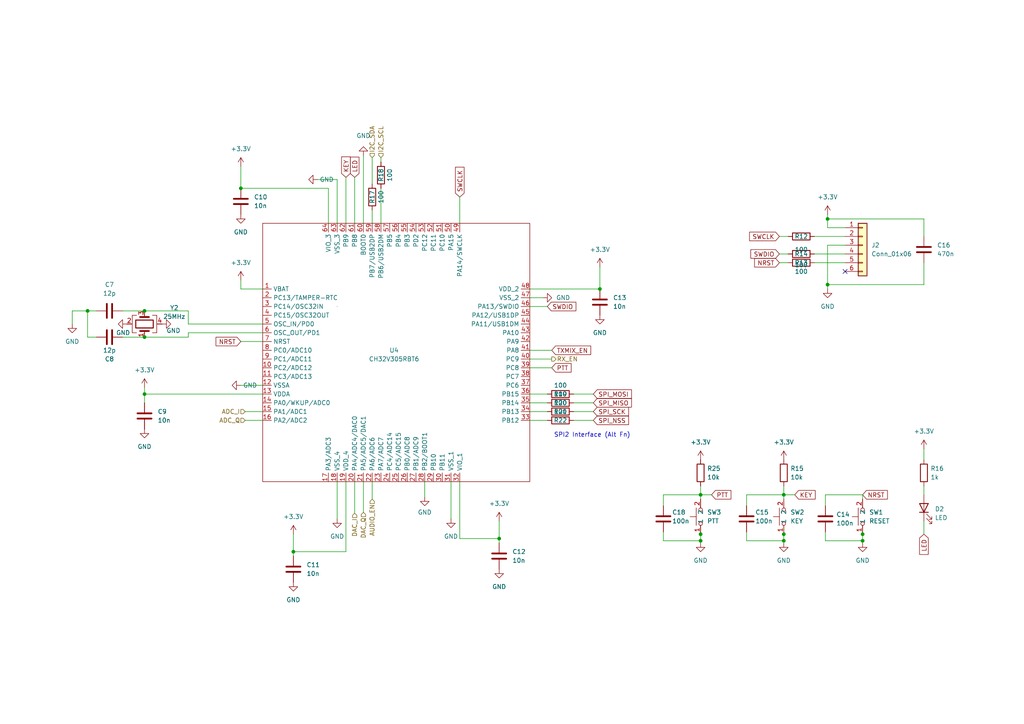
<source format=kicad_sch>
(kicad_sch (version 20230121) (generator eeschema)
  (paper "A4")
  (lib_symbols
    (symbol "Connector_Generic:Conn_01x06" (pin_names (offset 1.016) hide)
      (property "Reference" "J" (at 0 7.62 0))
      (property "Value" "Conn_01x06" (at 0 -10.16 0))
      (symbol "Conn_01x06_1_1"
        (rectangle (start -1.27 -7.493) (end 0 -7.747) (stroke (width 0.1524)))
        (rectangle (start -1.27 -4.953) (end 0 -5.207) (stroke (width 0.1524)))
        (rectangle (start -1.27 -2.413) (end 0 -2.667) (stroke (width 0.1524)))
        (rectangle (start -1.27 0.127) (end 0 -0.127) (stroke (width 0.1524)))
        (rectangle (start -1.27 2.667) (end 0 2.413) (stroke (width 0.1524)))
        (rectangle (start -1.27 5.207) (end 0 4.953) (stroke (width 0.1524)))
        (rectangle (start -1.27 6.35) (end 1.27 -8.89) (stroke (width 0.254)) (fill (type background)))
        (pin passive line (at -5.08 5.08 0) (length 3.81) (name "Pin_1") (number "1"))
        (pin passive line (at -5.08 2.54 0) (length 3.81) (name "Pin_2") (number "2"))
        (pin passive line (at -5.08 0 0) (length 3.81) (name "Pin_3") (number "3"))
        (pin passive line (at -5.08 -2.54 0) (length 3.81) (name "Pin_4") (number "4"))
        (pin passive line (at -5.08 -5.08 0) (length 3.81) (name "Pin_5") (number "5"))
        (pin passive line (at -5.08 -7.62 0) (length 3.81) (name "Pin_6") (number "6"))
      )
    )
    (symbol "Device:C" (pin_numbers hide) (pin_names (offset 0.254))
      (property "Reference" "C" (at 0.635 2.54 0))
      (property "Value" "C" (at 0.635 -2.54 0))
      (symbol "C_0_1"
        (polyline (pts (xy -2.032 -0.762) (xy 2.032 -0.762)) (stroke (width 0.508)))
        (polyline (pts (xy -2.032 0.762) (xy 2.032 0.762)) (stroke (width 0.508)))
      )
      (symbol "C_1_1"
        (pin passive line (at 0 3.81 270) (length 2.794) (name "~") (number "1"))
        (pin passive line (at 0 -3.81 90) (length 2.794) (name "~") (number "2"))
      )
    )
    (symbol "Device:Crystal_GND24" (pin_names (offset 1.016) hide)
      (property "Reference" "Y" (at 3.175 5.08 0))
      (property "Value" "Crystal_GND24" (at 3.175 3.175 0))
      (symbol "Crystal_GND24_0_1"
        (rectangle (start -1.143 2.54) (end 1.143 -2.54) (stroke (width 0.3048)))
        (polyline (pts (xy -2.54 0) (xy -2.032 0)))
        (polyline (pts (xy -2.032 -1.27) (xy -2.032 1.27)) (stroke (width 0.508)))
        (polyline (pts (xy 0 -3.81) (xy 0 -3.556)))
        (polyline (pts (xy 0 3.556) (xy 0 3.81)))
        (polyline (pts (xy 2.032 -1.27) (xy 2.032 1.27)) (stroke (width 0.508)))
        (polyline (pts (xy 2.032 0) (xy 2.54 0)))
        (polyline (pts (xy -2.54 -2.286) (xy -2.54 -3.556) (xy 2.54 -3.556) (xy 2.54 -2.286)))
        (polyline (pts (xy -2.54 2.286) (xy -2.54 3.556) (xy 2.54 3.556) (xy 2.54 2.286)))
      )
      (symbol "Crystal_GND24_1_1"
        (pin passive line (at -3.81 0 0) (length 1.27) (name "1") (number "1"))
        (pin passive line (at 0 5.08 270) (length 1.27) (name "2") (number "2"))
        (pin passive line (at 3.81 0 180) (length 1.27) (name "3") (number "3"))
        (pin passive line (at 0 -5.08 90) (length 1.27) (name "4") (number "4"))
      )
    )
    (symbol "Device:LED" (pin_numbers hide) (pin_names (offset 1.016) hide)
      (property "Reference" "D" (at 0 2.54 0))
      (property "Value" "LED" (at 0 -2.54 0))
      (symbol "LED_0_1"
        (polyline (pts (xy -1.27 -1.27) (xy -1.27 1.27)) (stroke (width 0.254)))
        (polyline (pts (xy -1.27 0) (xy 1.27 0)))
        (polyline (pts (xy 1.27 -1.27) (xy 1.27 1.27) (xy -1.27 0) (xy 1.27 -1.27)) (stroke (width 0.254)))
        (polyline (pts (xy -3.048 -0.762) (xy -4.572 -2.286) (xy -3.81 -2.286) (xy -4.572 -2.286) (xy -4.572 -1.524)))
        (polyline (pts (xy -1.778 -0.762) (xy -3.302 -2.286) (xy -2.54 -2.286) (xy -3.302 -2.286) (xy -3.302 -1.524)))
      )
      (symbol "LED_1_1"
        (pin passive line (at -3.81 0 0) (length 2.54) (name "K") (number "1"))
        (pin passive line (at 3.81 0 180) (length 2.54) (name "A") (number "2"))
      )
    )
    (symbol "Device:R" (pin_numbers hide) (pin_names (offset 0))
      (property "Reference" "R" (at 2.032 0 90))
      (property "Value" "R" (at 0 0 90))
      (symbol "R_0_1"
        (rectangle (start -1.016 -2.54) (end 1.016 2.54) (stroke (width 0.254)))
      )
      (symbol "R_1_1"
        (pin passive line (at 0 3.81 270) (length 1.27) (name "~") (number "1"))
        (pin passive line (at 0 -3.81 90) (length 1.27) (name "~") (number "2"))
      )
    )
    (symbol "power:+3.3V" (power) (pin_names (offset 0))
      (property "Value" "+3.3V" (at 0 3.556 0))
      (symbol "+3.3V_0_1"
        (polyline (pts (xy -0.762 1.27) (xy 0 2.54)))
        (polyline (pts (xy 0 0) (xy 0 2.54)))
        (polyline (pts (xy 0 2.54) (xy 0.762 1.27)))
      )
      (symbol "+3.3V_1_1"
        (pin power_in line (at 0 0 90) (length 0) hide (name "+3.3V") (number "1"))
      )
    )
    (symbol "power:GND" (power) (pin_names (offset 0))
      (property "Value" "GND" (at 0 -3.81 0))
      (symbol "GND_0_1"
        (polyline (pts (xy 0 0) (xy 0 -1.27) (xy 1.27 -1.27) (xy 0 -2.54) (xy -1.27 -1.27) (xy 0 -1.27)))
      )
      (symbol "GND_1_1"
        (pin power_in line (at 0 0 270) (length 0) hide (name "GND") (number "1"))
      )
    )
    (symbol "zl4aa:CH32V305RBT6"
      (property "Reference" "U" (at -6.35 2.54 0))
      (property "Value" "CH32V305RBT6" (at 0 0 0))
      (property "LCSC" "C5187529" (at 0 -2.54 0))
      (symbol "CH32V305RBT6_0_1"
        (rectangle (start -38.1 38.1) (end 39.37 -36.83))
        (rectangle (start -16.51 13.97) (end -16.51 13.97))
      )
      (symbol "CH32V305RBT6_1_1"
        (pin power_in line (at -38.1 19.05 0) (length 2.54) (name "VBAT") (number "1"))
        (pin bidirectional line (at -38.1 -3.81 0) (length 2.54) (name "PC2/ADC12") (number "10"))
        (pin bidirectional line (at -38.1 -6.35 0) (length 2.54) (name "PC3/ADC13") (number "11"))
        (pin power_in line (at -38.1 -8.89 0) (length 2.54) (name "VSSA") (number "12"))
        (pin power_in line (at -38.1 -11.43 0) (length 2.54) (name "VDDA") (number "13"))
        (pin bidirectional line (at -38.1 -13.97 0) (length 2.54) (name "PA0/WKUP/ADC0") (number "14"))
        (pin bidirectional line (at -38.1 -16.51 0) (length 2.54) (name "PA1/ADC1") (number "15"))
        (pin bidirectional line (at -38.1 -19.05 0) (length 2.54) (name "PA2/ADC2") (number "16"))
        (pin bidirectional line (at -19.05 -36.83 90) (length 2.54) (name "PA3/ADC3") (number "17"))
        (pin power_in line (at -16.51 -36.83 90) (length 2.54) (name "VSS_4") (number "18"))
        (pin power_in line (at -13.97 -36.83 90) (length 2.54) (name "VDD_4") (number "19"))
        (pin bidirectional line (at -38.1 16.51 0) (length 2.54) (name "PC13/TAMPER-RTC") (number "2"))
        (pin bidirectional line (at -11.43 -36.83 90) (length 2.54) (name "PA4/ADC4/DAC0") (number "20"))
        (pin bidirectional line (at -8.89 -36.83 90) (length 2.54) (name "PA5/ADC5/DAC1") (number "21"))
        (pin bidirectional line (at -6.35 -36.83 90) (length 2.54) (name "PA6/ADC6") (number "22"))
        (pin bidirectional line (at -3.81 -36.83 90) (length 2.54) (name "PA7/ADC7") (number "23"))
        (pin bidirectional line (at -1.27 -36.83 90) (length 2.54) (name "PC4/ADC14") (number "24"))
        (pin bidirectional line (at 1.27 -36.83 90) (length 2.54) (name "PC5/ADC15") (number "25"))
        (pin bidirectional line (at 3.81 -36.83 90) (length 2.54) (name "PB0/ADC8") (number "26"))
        (pin bidirectional line (at 6.35 -36.83 90) (length 2.54) (name "PB1/ADC9") (number "27"))
        (pin bidirectional line (at 8.89 -36.83 90) (length 2.54) (name "PB2/BOOT1") (number "28"))
        (pin bidirectional line (at 11.43 -36.83 90) (length 2.54) (name "PB10") (number "29"))
        (pin bidirectional line (at -38.1 13.97 0) (length 2.54) (name "PC14/OSC32IN") (number "3"))
        (pin bidirectional line (at 13.97 -36.83 90) (length 2.54) (name "PB11") (number "30"))
        (pin power_in line (at 16.51 -36.83 90) (length 2.54) (name "VSS_1") (number "31"))
        (pin power_in line (at 19.05 -36.83 90) (length 2.54) (name "VIO_1") (number "32"))
        (pin bidirectional line (at 39.37 -19.05 180) (length 2.54) (name "PB12") (number "33"))
        (pin bidirectional line (at 39.37 -16.51 180) (length 2.54) (name "PB13") (number "34"))
        (pin bidirectional line (at 39.37 -13.97 180) (length 2.54) (name "PB14") (number "35"))
        (pin bidirectional line (at 39.37 -11.43 180) (length 2.54) (name "PB15") (number "36"))
        (pin bidirectional line (at 39.37 -8.89 180) (length 2.54) (name "PC6") (number "37"))
        (pin bidirectional line (at 39.37 -6.35 180) (length 2.54) (name "PC7") (number "38"))
        (pin bidirectional line (at 39.37 -3.81 180) (length 2.54) (name "PC8") (number "39"))
        (pin bidirectional line (at -38.1 11.43 0) (length 2.54) (name "PC15/OSC32OUT") (number "4"))
        (pin bidirectional line (at 39.37 -1.27 180) (length 2.54) (name "PC9") (number "40"))
        (pin bidirectional line (at 39.37 1.27 180) (length 2.54) (name "PA8") (number "41"))
        (pin bidirectional line (at 39.37 3.81 180) (length 2.54) (name "PA9") (number "42"))
        (pin bidirectional line (at 39.37 6.35 180) (length 2.54) (name "PA10") (number "43"))
        (pin bidirectional line (at 39.37 8.89 180) (length 2.54) (name "PA11/USB1DM") (number "44"))
        (pin bidirectional line (at 39.37 11.43 180) (length 2.54) (name "PA12/USB1DP") (number "45"))
        (pin bidirectional line (at 39.37 13.97 180) (length 2.54) (name "PA13/SWDIO") (number "46"))
        (pin power_in line (at 39.37 16.51 180) (length 2.54) (name "VSS_2") (number "47"))
        (pin power_in line (at 39.37 19.05 180) (length 2.54) (name "VDD_2") (number "48"))
        (pin bidirectional line (at 19.05 38.1 270) (length 2.54) (name "PA14/SWCLK") (number "49"))
        (pin bidirectional line (at -38.1 8.89 0) (length 2.54) (name "OSC_IN/PD0") (number "5"))
        (pin bidirectional line (at 16.51 38.1 270) (length 2.54) (name "PA15") (number "50"))
        (pin bidirectional line (at 13.97 38.1 270) (length 2.54) (name "PC10") (number "51"))
        (pin bidirectional line (at 11.43 38.1 270) (length 2.54) (name "PC11") (number "52"))
        (pin bidirectional line (at 8.89 38.1 270) (length 2.54) (name "PC12") (number "53"))
        (pin bidirectional line (at 6.35 38.1 270) (length 2.54) (name "PD2") (number "54"))
        (pin bidirectional line (at 3.81 38.1 270) (length 2.54) (name "PB3") (number "55"))
        (pin bidirectional line (at 1.27 38.1 270) (length 2.54) (name "PB4") (number "56"))
        (pin bidirectional line (at -1.27 38.1 270) (length 2.54) (name "PB5") (number "57"))
        (pin bidirectional line (at -3.81 38.1 270) (length 2.54) (name "PB6/USB2DM") (number "58"))
        (pin bidirectional line (at -6.35 38.1 270) (length 2.54) (name "PB7/USB2DP") (number "59"))
        (pin bidirectional line (at -38.1 6.35 0) (length 2.54) (name "OSC_OUT/PD1") (number "6"))
        (pin input line (at -8.89 38.1 270) (length 2.54) (name "BOOT0") (number "60"))
        (pin bidirectional line (at -11.43 38.1 270) (length 2.54) (name "PB8") (number "61"))
        (pin bidirectional line (at -13.97 38.1 270) (length 2.54) (name "PB9") (number "62"))
        (pin power_in line (at -16.51 38.1 270) (length 2.54) (name "VSS_3") (number "63"))
        (pin power_in line (at -19.05 38.1 270) (length 2.54) (name "VIO_3") (number "64"))
        (pin input line (at -38.1 3.81 0) (length 2.54) (name "NRST") (number "7"))
        (pin bidirectional line (at -38.1 1.27 0) (length 2.54) (name "PC0/ADC10") (number "8"))
        (pin bidirectional line (at -38.1 -1.27 0) (length 2.54) (name "PC1/ADC11") (number "9"))
      )
    )
    (symbol "zl4aa:TS-1187A-B-A-B"
      (property "Reference" "SW" (at 0 0 0))
      (property "Value" "TS-1187A-B-A-B" (at 0 3.81 0))
      (symbol "TS-1187A-B-A-B_0_1"
        (circle (center -2.032 -3.81) (radius 0.508))
        (polyline (pts (xy 0 -2.54) (xy 0 -0.762)))
        (polyline (pts (xy 2.54 -2.54) (xy -2.54 -2.54)))
        (circle (center 2.032 -3.81) (radius 0.508))
        (pin passive line (at -5.08 -3.81 0) (length 2.54) (name "1") (number "1"))
        (pin passive line (at 5.08 -3.81 180) (length 2.54) (name "2") (number "2"))
      )
    )
  )
  (junction (at 203.2 143.51))
  (junction (at 250.19 156.845))
  (junction (at 144.78 156.21))
  (junction (at 41.91 90.17))
  (junction (at 227.33 143.51))
  (junction (at 250.19 154.94))
  (junction (at 240.03 82.55))
  (junction (at 173.99 83.82))
  (junction (at 41.91 97.79))
  (junction (at 25.4 90.17))
  (junction (at 203.2 154.94))
  (junction (at 240.03 63.5))
  (junction (at 69.85 54.61))
  (junction (at 227.33 156.845))
  (junction (at 41.91 114.3))
  (junction (at 203.2 156.845))
  (junction (at 227.33 154.94))
  (junction (at 85.09 160.02))
  (no_connect (at 245.11 78.74))
  (wire (pts (xy 203.2 140.97) (xy 203.2 143.51)))
  (wire (pts (xy 133.35 57.15) (xy 133.35 64.77)))
  (wire (pts (xy 110.49 45.72) (xy 110.49 46.99)))
  (wire (pts (xy 216.535 156.845) (xy 227.33 156.845)))
  (wire (pts (xy 107.95 45.72) (xy 107.95 53.34)))
  (wire (pts (xy 203.2 154.94) (xy 203.2 156.845)))
  (wire (pts (xy 153.67 121.92) (xy 158.75 121.92)))
  (wire (pts (xy 267.97 76.2) (xy 267.97 82.55)))
  (wire (pts (xy 240.03 71.12) (xy 240.03 82.55)))
  (wire (pts (xy 144.78 157.48) (xy 144.78 156.21)))
  (wire (pts (xy 85.09 160.02) (xy 100.33 160.02)))
  (wire (pts (xy 110.49 54.61) (xy 110.49 64.77)))
  (wire (pts (xy 192.405 146.685) (xy 192.405 143.51)))
  (wire (pts (xy 76.2 93.98) (xy 54.61 93.98)))
  (wire (pts (xy 41.91 114.3) (xy 76.2 114.3)))
  (wire (pts (xy 216.535 154.305) (xy 216.535 156.845)))
  (wire (pts (xy 97.79 139.7) (xy 97.79 150.495)))
  (wire (pts (xy 144.78 156.21) (xy 144.78 151.13)))
  (wire (pts (xy 240.03 63.5) (xy 240.03 66.04)))
  (wire (pts (xy 100.33 139.7) (xy 100.33 160.02)))
  (wire (pts (xy 153.67 106.68) (xy 160.02 106.68)))
  (wire (pts (xy 85.09 161.29) (xy 85.09 160.02)))
  (wire (pts (xy 227.33 154.305) (xy 227.33 154.94)))
  (wire (pts (xy 153.67 86.36) (xy 157.48 86.36)))
  (wire (pts (xy 27.94 97.79) (xy 25.4 97.79)))
  (wire (pts (xy 267.97 140.97) (xy 267.97 143.51)))
  (wire (pts (xy 236.22 68.58) (xy 245.11 68.58)))
  (wire (pts (xy 130.81 139.7) (xy 130.81 150.495)))
  (wire (pts (xy 102.87 51.435) (xy 102.87 64.77)))
  (wire (pts (xy 107.95 139.7) (xy 107.95 144.78)))
  (wire (pts (xy 25.4 90.17) (xy 27.94 90.17)))
  (wire (pts (xy 226.06 73.66) (xy 228.6 73.66)))
  (wire (pts (xy 226.06 68.58) (xy 228.6 68.58)))
  (wire (pts (xy 239.395 156.845) (xy 250.19 156.845)))
  (wire (pts (xy 216.535 146.685) (xy 216.535 143.51)))
  (wire (pts (xy 97.79 64.77) (xy 97.79 52.07)))
  (wire (pts (xy 35.56 97.79) (xy 41.91 97.79)))
  (wire (pts (xy 71.12 119.38) (xy 76.2 119.38)))
  (wire (pts (xy 236.22 76.2) (xy 245.11 76.2)))
  (wire (pts (xy 239.395 143.51) (xy 250.19 143.51)))
  (wire (pts (xy 240.03 82.55) (xy 240.03 83.82)))
  (wire (pts (xy 41.91 114.3) (xy 41.91 116.84)))
  (wire (pts (xy 227.33 156.845) (xy 227.33 157.48)))
  (wire (pts (xy 153.67 83.82) (xy 173.99 83.82)))
  (wire (pts (xy 35.56 90.17) (xy 41.91 90.17)))
  (wire (pts (xy 102.87 139.7) (xy 102.87 148.844)))
  (wire (pts (xy 153.67 114.3) (xy 158.75 114.3)))
  (wire (pts (xy 69.85 83.82) (xy 76.2 83.82)))
  (wire (pts (xy 54.61 97.79) (xy 41.91 97.79)))
  (wire (pts (xy 123.19 139.7) (xy 123.19 144.145)))
  (wire (pts (xy 95.25 54.61) (xy 69.85 54.61)))
  (wire (pts (xy 69.85 81.28) (xy 69.85 83.82)))
  (wire (pts (xy 216.535 143.51) (xy 227.33 143.51)))
  (wire (pts (xy 166.37 114.3) (xy 172.085 114.3)))
  (wire (pts (xy 227.33 154.94) (xy 227.33 156.845)))
  (wire (pts (xy 250.19 154.94) (xy 250.19 156.845)))
  (wire (pts (xy 107.95 60.96) (xy 107.95 64.77)))
  (wire (pts (xy 203.2 154.305) (xy 203.2 154.94)))
  (wire (pts (xy 203.2 143.51) (xy 203.2 144.78)))
  (wire (pts (xy 173.99 83.82) (xy 173.99 77.47)))
  (wire (pts (xy 240.03 66.04) (xy 245.11 66.04)))
  (wire (pts (xy 267.97 68.58) (xy 267.97 63.5)))
  (wire (pts (xy 250.19 143.51) (xy 250.19 144.78)))
  (wire (pts (xy 267.97 63.5) (xy 240.03 63.5)))
  (wire (pts (xy 69.85 54.61) (xy 69.85 48.26)))
  (wire (pts (xy 203.2 156.845) (xy 203.2 157.48)))
  (wire (pts (xy 267.97 82.55) (xy 240.03 82.55)))
  (wire (pts (xy 54.61 96.52) (xy 54.61 97.79)))
  (wire (pts (xy 239.395 146.685) (xy 239.395 143.51)))
  (wire (pts (xy 267.97 130.175) (xy 267.97 133.35)))
  (wire (pts (xy 105.41 139.7) (xy 105.41 148.59)))
  (wire (pts (xy 95.25 64.77) (xy 95.25 54.61)))
  (wire (pts (xy 71.12 121.92) (xy 76.2 121.92)))
  (wire (pts (xy 240.03 62.23) (xy 240.03 63.5)))
  (wire (pts (xy 54.61 90.17) (xy 41.91 90.17)))
  (wire (pts (xy 236.22 73.66) (xy 245.11 73.66)))
  (wire (pts (xy 69.85 99.06) (xy 76.2 99.06)))
  (wire (pts (xy 226.06 76.2) (xy 228.6 76.2)))
  (wire (pts (xy 192.405 154.305) (xy 192.405 156.845)))
  (wire (pts (xy 153.67 116.84) (xy 158.75 116.84)))
  (wire (pts (xy 20.955 90.17) (xy 20.955 93.98)))
  (wire (pts (xy 105.41 45.085) (xy 105.41 64.77)))
  (wire (pts (xy 153.67 119.38) (xy 158.75 119.38)))
  (wire (pts (xy 85.09 160.02) (xy 85.09 154.94)))
  (wire (pts (xy 227.33 143.51) (xy 227.33 144.78)))
  (wire (pts (xy 166.37 116.84) (xy 172.085 116.84)))
  (wire (pts (xy 227.33 143.51) (xy 230.505 143.51)))
  (wire (pts (xy 133.35 156.21) (xy 144.78 156.21)))
  (wire (pts (xy 25.4 97.79) (xy 25.4 90.17)))
  (wire (pts (xy 133.35 139.7) (xy 133.35 156.21)))
  (wire (pts (xy 203.2 143.51) (xy 206.375 143.51)))
  (wire (pts (xy 267.97 151.13) (xy 267.97 154.94)))
  (wire (pts (xy 153.67 101.6) (xy 160.02 101.6)))
  (wire (pts (xy 76.2 96.52) (xy 54.61 96.52)))
  (wire (pts (xy 250.19 156.845) (xy 250.19 157.48)))
  (wire (pts (xy 245.11 71.12) (xy 240.03 71.12)))
  (wire (pts (xy 192.405 156.845) (xy 203.2 156.845)))
  (wire (pts (xy 41.91 112.395) (xy 41.91 114.3)))
  (wire (pts (xy 97.79 52.07) (xy 92.075 52.07)))
  (wire (pts (xy 153.67 88.9) (xy 158.75 88.9)))
  (wire (pts (xy 166.37 119.38) (xy 172.085 119.38)))
  (wire (pts (xy 20.955 90.17) (xy 25.4 90.17)))
  (wire (pts (xy 192.405 143.51) (xy 203.2 143.51)))
  (wire (pts (xy 250.19 154.305) (xy 250.19 154.94)))
  (wire (pts (xy 153.67 104.14) (xy 160.02 104.14)))
  (wire (pts (xy 239.395 154.305) (xy 239.395 156.845)))
  (wire (pts (xy 227.33 140.97) (xy 227.33 143.51)))
  (wire (pts (xy 166.37 121.92) (xy 172.085 121.92)))
  (wire (pts (xy 100.33 51.435) (xy 100.33 64.77)))
  (wire (pts (xy 54.61 93.98) (xy 54.61 90.17)))
  (wire (pts (xy 69.85 111.76) (xy 76.2 111.76)))
  (text "SPI2 Interface (Alt Fn)" (at 160.655 127 0) (effects (font (size 1.27 1.27)) (justify left bottom)))
  (global_label "NRST" (shape input) (at 226.06 76.2 180) (property "Intersheetrefs" "${INTERSHEET_REFS}" (effects hide)))
  (global_label "NRST" (shape input) (at 250.19 143.51 0) (property "Intersheetrefs" "${INTERSHEET_REFS}" (effects hide)))
  (global_label "SPI_NSS" (shape input) (at 172.085 121.92 0) (property "Intersheetrefs" "${INTERSHEET_REFS}" (effects hide)))
  (global_label "SWCLK" (shape input) (at 133.35 57.15 90) (property "Intersheetrefs" "${INTERSHEET_REFS}" (effects hide)))
  (global_label "SPI_MOSI" (shape input) (at 172.085 114.3 0) (property "Intersheetrefs" "${INTERSHEET_REFS}" (effects hide)))
  (global_label "KEY" (shape input) (at 230.505 143.51 0) (property "Intersheetrefs" "${INTERSHEET_REFS}" (effects hide)))
  (global_label "LED" (shape input) (at 267.97 154.94 270) (property "Intersheetrefs" "${INTERSHEET_REFS}" (effects hide)))
  (global_label "KEY" (shape input) (at 100.33 51.435 90) (property "Intersheetrefs" "${INTERSHEET_REFS}" (effects hide)))
  (global_label "NRST" (shape input) (at 69.85 99.06 180) (property "Intersheetrefs" "${INTERSHEET_REFS}" (effects hide)))
  (global_label "LED" (shape input) (at 102.87 51.435 90) (property "Intersheetrefs" "${INTERSHEET_REFS}" (effects hide)))
  (global_label "SWDIO" (shape input) (at 226.06 73.66 180) (property "Intersheetrefs" "${INTERSHEET_REFS}" (effects hide)))
  (global_label "PTT" (shape input) (at 160.02 106.68 0) (property "Intersheetrefs" "${INTERSHEET_REFS}" (effects hide)))
  (global_label "SPI_SCK" (shape input) (at 172.085 119.38 0) (property "Intersheetrefs" "${INTERSHEET_REFS}" (effects hide)))
  (global_label "SWCLK" (shape input) (at 226.06 68.58 180) (property "Intersheetrefs" "${INTERSHEET_REFS}" (effects hide)))
  (global_label "PTT" (shape input) (at 206.375 143.51 0) (property "Intersheetrefs" "${INTERSHEET_REFS}" (effects hide)))
  (global_label "TXMIX_EN" (shape input) (at 160.02 101.6 0) (property "Intersheetrefs" "${INTERSHEET_REFS}" (effects hide)))
  (global_label "SPI_MISO" (shape input) (at 172.085 116.84 0) (property "Intersheetrefs" "${INTERSHEET_REFS}" (effects hide)))
  (global_label "SWDIO" (shape input) (at 158.75 88.9 0) (property "Intersheetrefs" "${INTERSHEET_REFS}" (effects hide)))
  (hierarchical_label "AUDIO_EN" (shape input) (at 107.95 144.78 270))
  (hierarchical_label "RX_EN" (shape output) (at 160.02 104.14 0))
  (hierarchical_label "I2C_SCL" (shape input) (at 110.49 45.72 90))
  (hierarchical_label "ADC_Q" (shape input) (at 71.12 121.92 180))
  (hierarchical_label "DAC_I" (shape input) (at 102.87 148.844 270))
  (hierarchical_label "I2C_SDA" (shape input) (at 107.95 45.72 90))
  (hierarchical_label "DAC_Q" (shape input) (at 105.41 148.59 270))
  (hierarchical_label "ADC_I" (shape input) (at 71.12 119.38 180))
  (symbol (lib_id "power:+3.3V") (at 144.78 151.13 0) (unit 1)
    (property "Reference" "#PWR029" (effects hide))
    (property "Value" "+3.3V" (at 144.78 146.05 0))
  )
  (symbol (lib_id "Device:Crystal_GND24") (at 41.91 93.98 90) (unit 1)
    (property "Reference" "Y2" (at 50.546 89.281 90))
    (property "Value" "25MHz" (at 50.546 91.821 90))
    (property "Footprint" "Crystal:Crystal_SMD_3225-4Pin_3.2x2.5mm" (effects hide))
    (property "LCSC" "C9006" (effects hide))
  )
  (symbol (lib_id "power:GND") (at 20.955 93.98 0) (unit 1)
    (property "Reference" "#PWR018" (effects hide))
    (property "Value" "GND" (at 20.955 99.06 0))
  )
  (symbol (lib_id "Device:C") (at 192.405 150.495 0) (unit 1)
    (property "Reference" "C18" (at 194.945 148.59 0) (effects (justify left)))
    (property "Value" "100n" (at 194.945 151.13 0) (effects (justify left)))
    (property "Footprint" "Capacitor_SMD:C_0402_1005Metric" (effects hide))
  )
  (symbol (lib_id "power:GND") (at 203.2 157.48 0) (unit 1)
    (property "Reference" "#PWR043" (effects hide))
    (property "Value" "GND" (at 203.2 162.56 0))
  )
  (symbol (lib_id "Device:C") (at 144.78 161.29 0) (unit 1)
    (property "Reference" "C12" (at 148.59 160.0199 0) (effects (justify left)))
    (property "Value" "10n" (at 148.59 162.5599 0) (effects (justify left)))
    (property "Footprint" "Capacitor_SMD:C_0402_1005Metric" (effects hide))
  )
  (symbol (lib_id "power:GND") (at 250.19 157.48 0) (unit 1)
    (property "Reference" "#PWR034" (effects hide))
    (property "Value" "GND" (at 250.19 162.56 0))
  )
  (symbol (lib_id "power:GND") (at 41.91 124.46 0) (unit 1)
    (property "Reference" "#PWR021" (effects hide))
    (property "Value" "GND" (at 41.91 129.54 0))
  )
  (symbol (lib_id "Device:R") (at 162.56 116.84 270) (unit 1)
    (property "Reference" "R20" (at 162.56 116.84 90))
    (property "Value" "100" (at 162.56 114.3 90))
    (property "Footprint" "Resistor_SMD:R_0402_1005Metric" (effects hide))
  )
  (symbol (lib_id "Device:C") (at 216.535 150.495 0) (unit 1)
    (property "Reference" "C15" (at 219.075 148.59 0) (effects (justify left)))
    (property "Value" "100n" (at 219.075 151.13 0) (effects (justify left)))
    (property "Footprint" "Capacitor_SMD:C_0402_1005Metric" (effects hide))
  )
  (symbol (lib_id "power:GND") (at 173.99 91.44 0) (unit 1)
    (property "Reference" "#PWR032" (effects hide))
    (property "Value" "GND" (at 173.99 96.52 0))
  )
  (symbol (lib_id "power:+3.3V") (at 85.09 154.94 0) (unit 1)
    (property "Reference" "#PWR025" (effects hide))
    (property "Value" "+3.3V" (at 85.09 149.86 0))
  )
  (symbol (lib_id "Device:R") (at 232.41 68.58 90) (unit 1)
    (property "Reference" "R12" (at 232.41 68.58 90))
    (property "Value" "100" (at 232.41 72.39 90))
    (property "Footprint" "Resistor_SMD:R_0402_1005Metric" (effects hide))
  )
  (symbol (lib_id "Device:C") (at 31.75 90.17 90) (unit 1)
    (property "Reference" "C7" (at 31.75 82.55 90))
    (property "Value" "12p" (at 31.75 85.09 90))
    (property "Footprint" "Capacitor_SMD:C_0402_1005Metric" (effects hide))
  )
  (symbol (lib_id "Device:R") (at 227.33 137.16 0) (unit 1)
    (property "Reference" "R15" (at 229.235 135.8899 0) (effects (justify left)))
    (property "Value" "10k" (at 229.235 138.4299 0) (effects (justify left)))
    (property "Footprint" "Resistor_SMD:R_0402_1005Metric" (effects hide))
  )
  (symbol (lib_id "power:GND") (at 85.09 168.91 0) (unit 1)
    (property "Reference" "#PWR026" (effects hide))
    (property "Value" "GND" (at 85.09 173.99 0))
  )
  (symbol (lib_id "power:+3.3V") (at 69.85 48.26 0) (unit 1)
    (property "Reference" "#PWR023" (effects hide))
    (property "Value" "+3.3V" (at 69.85 43.18 0))
  )
  (symbol (lib_id "Device:LED") (at 267.97 147.32 90) (unit 1)
    (property "Reference" "D2" (at 271.145 147.6374 90) (effects (justify right)))
    (property "Value" "LED" (at 271.145 150.1774 90) (effects (justify right)))
    (property "Footprint" "Diode_SMD:D_0603_1608Metric" (effects hide))
    (property "LCSC" "C72043" (effects hide))
  )
  (symbol (lib_id "Device:C") (at 239.395 150.495 0) (unit 1)
    (property "Reference" "C14" (at 242.57 149.2249 0) (effects (justify left)))
    (property "Value" "100n" (at 242.57 151.7649 0) (effects (justify left)))
    (property "Footprint" "Capacitor_SMD:C_0402_1005Metric" (effects hide))
  )
  (symbol (lib_id "power:+3.3V") (at 69.85 81.28 0) (unit 1)
    (property "Reference" "#PWR039" (effects hide))
    (property "Value" "+3.3V" (at 69.85 76.2 0))
  )
  (symbol (lib_id "Device:C") (at 41.91 120.65 0) (unit 1)
    (property "Reference" "C9" (at 45.72 119.3799 0) (effects (justify left)))
    (property "Value" "10n" (at 45.72 121.9199 0) (effects (justify left)))
    (property "Footprint" "Capacitor_SMD:C_0402_1005Metric" (effects hide))
  )
  (symbol (lib_id "Device:R") (at 203.2 137.16 0) (unit 1)
    (property "Reference" "R25" (at 205.105 135.8899 0) (effects (justify left)))
    (property "Value" "10k" (at 205.105 138.4299 0) (effects (justify left)))
    (property "Footprint" "Resistor_SMD:R_0402_1005Metric" (effects hide))
  )
  (symbol (lib_id "Device:C") (at 85.09 165.1 0) (unit 1)
    (property "Reference" "C11" (at 88.9 163.8299 0) (effects (justify left)))
    (property "Value" "10n" (at 88.9 166.3699 0) (effects (justify left)))
    (property "Footprint" "Capacitor_SMD:C_0402_1005Metric" (effects hide))
  )
  (symbol (lib_id "power:GND") (at 144.78 165.1 0) (unit 1)
    (property "Reference" "#PWR030" (effects hide))
    (property "Value" "GND" (at 144.78 170.18 0))
  )
  (symbol (lib_id "Device:R") (at 162.56 114.3 270) (unit 1)
    (property "Reference" "R19" (at 162.56 114.3 90))
    (property "Value" "100" (at 162.56 111.76 90))
    (property "Footprint" "Resistor_SMD:R_0402_1005Metric" (effects hide))
  )
  (symbol (lib_id "Device:R") (at 232.41 76.2 90) (unit 1)
    (property "Reference" "R13" (at 232.41 76.2 90))
    (property "Value" "100" (at 232.41 78.74 90))
    (property "Footprint" "Resistor_SMD:R_0402_1005Metric" (effects hide))
  )
  (symbol (lib_id "zl4aa:TS-1187A-B-A-B") (at 246.38 149.86 90) (unit 1)
    (property "Reference" "SW1" (at 252.095 148.5899 90) (effects (justify right)))
    (property "Value" "RESET" (at 252.095 151.1299 90) (effects (justify right)))
    (property "Footprint" "ZL4AA:TS-1187A-B-A-B" (effects hide))
  )
  (symbol (lib_id "power:+3.3V") (at 173.99 77.47 0) (unit 1)
    (property "Reference" "#PWR031" (effects hide))
    (property "Value" "+3.3V" (at 173.99 72.39 0))
  )
  (symbol (lib_id "Device:C") (at 267.97 72.39 0) (unit 1)
    (property "Reference" "C16" (at 271.78 71.1199 0) (effects (justify left)))
    (property "Value" "470n" (at 271.78 73.6599 0) (effects (justify left)))
    (property "Footprint" "Capacitor_SMD:C_0603_1608Metric" (effects hide))
  )
  (symbol (lib_id "Device:C") (at 31.75 97.79 90) (unit 1)
    (property "Reference" "C8" (at 31.75 104.14 90))
    (property "Value" "12p" (at 31.75 101.6 90))
    (property "Footprint" "Capacitor_SMD:C_0402_1005Metric" (effects hide))
  )
  (symbol (lib_id "power:GND") (at 69.85 111.76 270) (unit 1)
    (property "Reference" "#PWR0103" (effects hide))
    (property "Value" "GND" (at 70.485 111.7599 90) (effects (justify left)))
  )
  (symbol (lib_id "Device:C") (at 173.99 87.63 0) (unit 1)
    (property "Reference" "C13" (at 177.8 86.3599 0) (effects (justify left)))
    (property "Value" "10n" (at 177.8 88.8999 0) (effects (justify left)))
    (property "Footprint" "Capacitor_SMD:C_0402_1005Metric" (effects hide))
  )
  (symbol (lib_id "Device:R") (at 110.49 50.8 180) (unit 1)
    (property "Reference" "R18" (at 110.49 50.8 90))
    (property "Value" "100" (at 113.03 50.8 90))
    (property "Footprint" "Resistor_SMD:R_0402_1005Metric" (effects hide))
  )
  (symbol (lib_id "power:GND") (at 69.85 62.23 0) (unit 1)
    (property "Reference" "#PWR024" (effects hide))
    (property "Value" "GND" (at 69.85 67.31 0))
  )
  (symbol (lib_id "zl4aa:CH32V305RBT6") (at 114.3 102.87 0) (unit 1)
    (property "Reference" "U4" (at 114.3 101.6 0))
    (property "Value" "CH32V305RBT6" (at 114.3 104.14 0))
    (property "Footprint" "Package_QFP:LQFP-64_10x10mm_P0.5mm" (effects hide))
    (property "Datasheet" "http://www.wch-ic.com/downloads/CH32V20x_30xDS0_PDF.html" (effects hide))
    (property "LCSC" "C5187529" (effects hide))
  )
  (symbol (lib_id "power:+3.3V") (at 240.03 62.23 0) (unit 1)
    (property "Reference" "#PWR033" (effects hide))
    (property "Value" "+3.3V" (at 240.03 57.15 0))
  )
  (symbol (lib_id "power:GND") (at 227.33 157.48 0) (unit 1)
    (property "Reference" "#PWR036" (effects hide))
    (property "Value" "GND" (at 227.33 162.56 0))
  )
  (symbol (lib_id "zl4aa:TS-1187A-B-A-B") (at 223.52 149.86 90) (unit 1)
    (property "Reference" "SW2" (at 229.235 148.5899 90) (effects (justify right)))
    (property "Value" "KEY" (at 229.235 151.1299 90) (effects (justify right)))
    (property "Footprint" "ZL4AA:TS-1187A-B-A-B" (effects hide))
  )
  (symbol (lib_id "power:GND") (at 92.075 52.07 270) (unit 1)
    (property "Reference" "#PWR0101" (effects hide))
    (property "Value" "GND" (at 92.71 52.0699 90) (effects (justify left)))
  )
  (symbol (lib_id "power:GND") (at 36.83 93.98 270) (unit 1)
    (property "Reference" "#PWR019" (effects hide))
    (property "Value" "GND" (at 33.655 96.52 90) (effects (justify left)))
  )
  (symbol (lib_id "Device:R") (at 162.56 119.38 270) (unit 1)
    (property "Reference" "R21" (at 162.56 119.38 90))
    (property "Value" "100" (at 162.56 116.84 90))
    (property "Footprint" "Resistor_SMD:R_0402_1005Metric" (effects hide))
  )
  (symbol (lib_id "power:GND") (at 46.99 93.98 90) (unit 1)
    (property "Reference" "#PWR022" (effects hide))
    (property "Value" "GND" (at 48.26 95.885 90) (effects (justify right)))
  )
  (symbol (lib_id "Connector_Generic:Conn_01x06") (at 250.19 71.12 0) (unit 1)
    (property "Reference" "J2" (at 252.73 71.1199 0) (effects (justify left)))
    (property "Value" "Conn_01x06" (at 252.73 73.6599 0) (effects (justify left)))
    (property "Footprint" "Connector_PinHeader_2.54mm:PinHeader_1x06_P2.54mm_Horizontal" (effects hide))
  )
  (symbol (lib_id "Device:R") (at 232.41 73.66 90) (unit 1)
    (property "Reference" "R14" (at 232.41 73.66 90))
    (property "Value" "100" (at 232.41 76.835 90))
    (property "Footprint" "Resistor_SMD:R_0402_1005Metric" (effects hide))
  )
  (symbol (lib_id "Device:C") (at 69.85 58.42 0) (unit 1)
    (property "Reference" "C10" (at 73.66 57.1499 0) (effects (justify left)))
    (property "Value" "10n" (at 73.66 59.6899 0) (effects (justify left)))
    (property "Footprint" "Capacitor_SMD:C_0402_1005Metric" (effects hide))
  )
  (symbol (lib_id "power:GND") (at 130.81 150.495 0) (unit 1)
    (property "Reference" "#PWR0104" (effects hide))
    (property "Value" "GND" (at 130.81 155.575 0))
  )
  (symbol (lib_id "power:+3.3V") (at 267.97 130.175 0) (unit 1)
    (property "Reference" "#PWR038" (effects hide))
    (property "Value" "+3.3V" (at 267.97 125.095 0))
  )
  (symbol (lib_id "power:+3.3V") (at 227.33 133.35 0) (unit 1)
    (property "Reference" "#PWR035" (effects hide))
    (property "Value" "+3.3V" (at 227.33 128.27 0))
  )
  (symbol (lib_id "power:GND") (at 240.03 83.82 0) (unit 1)
    (property "Reference" "#PWR037" (effects hide))
    (property "Value" "GND" (at 240.03 88.9 0))
  )
  (symbol (lib_id "power:GND") (at 157.48 86.36 90) (unit 1)
    (property "Reference" "#PWR0102" (effects hide))
    (property "Value" "GND" (at 161.29 86.3599 90) (effects (justify right)))
  )
  (symbol (lib_id "Device:R") (at 162.56 121.92 270) (unit 1)
    (property "Reference" "R22" (at 162.56 121.92 90))
    (property "Value" "100" (at 162.56 119.38 90))
    (property "Footprint" "Resistor_SMD:R_0402_1005Metric" (effects hide))
  )
  (symbol (lib_id "power:GND") (at 123.19 144.145 0) (unit 1)
    (property "Reference" "#PWR028" (effects hide))
    (property "Value" "GND" (at 123.19 148.59 0))
  )
  (symbol (lib_id "power:GND") (at 97.79 150.495 0) (unit 1)
    (property "Reference" "#PWR0105" (effects hide))
    (property "Value" "GND" (at 97.79 155.575 0))
  )
  (symbol (lib_id "power:+3.3V") (at 41.91 112.395 0) (unit 1)
    (property "Reference" "#PWR020" (effects hide))
    (property "Value" "+3.3V" (at 41.91 107.315 0))
  )
  (symbol (lib_id "zl4aa:TS-1187A-B-A-B") (at 199.39 149.86 90) (unit 1)
    (property "Reference" "SW3" (at 205.105 148.5899 90) (effects (justify right)))
    (property "Value" "PTT" (at 205.105 151.1299 90) (effects (justify right)))
    (property "Footprint" "ZL4AA:TS-1187A-B-A-B" (effects hide))
  )
  (symbol (lib_id "Device:R") (at 107.95 57.15 180) (unit 1)
    (property "Reference" "R17" (at 107.95 57.15 90))
    (property "Value" "100" (at 110.49 57.15 90))
    (property "Footprint" "Resistor_SMD:R_0402_1005Metric" (effects hide))
  )
  (symbol (lib_id "power:+3.3V") (at 203.2 133.35 0) (unit 1)
    (property "Reference" "#PWR040" (effects hide))
    (property "Value" "+3.3V" (at 203.2 128.27 0))
  )
  (symbol (lib_id "Device:R") (at 267.97 137.16 0) (unit 1)
    (property "Reference" "R16" (at 269.875 135.8899 0) (effects (justify left)))
    (property "Value" "1k" (at 269.875 138.4299 0) (effects (justify left)))
    (property "Footprint" "Resistor_SMD:R_0402_1005Metric" (effects hide))
  )
  (symbol (lib_id "power:GND") (at 105.41 45.085 180) (unit 1)
    (property "Reference" "#PWR027" (effects hide))
    (property "Value" "GND" (at 105.41 39.37 0))
  )
)
</source>
